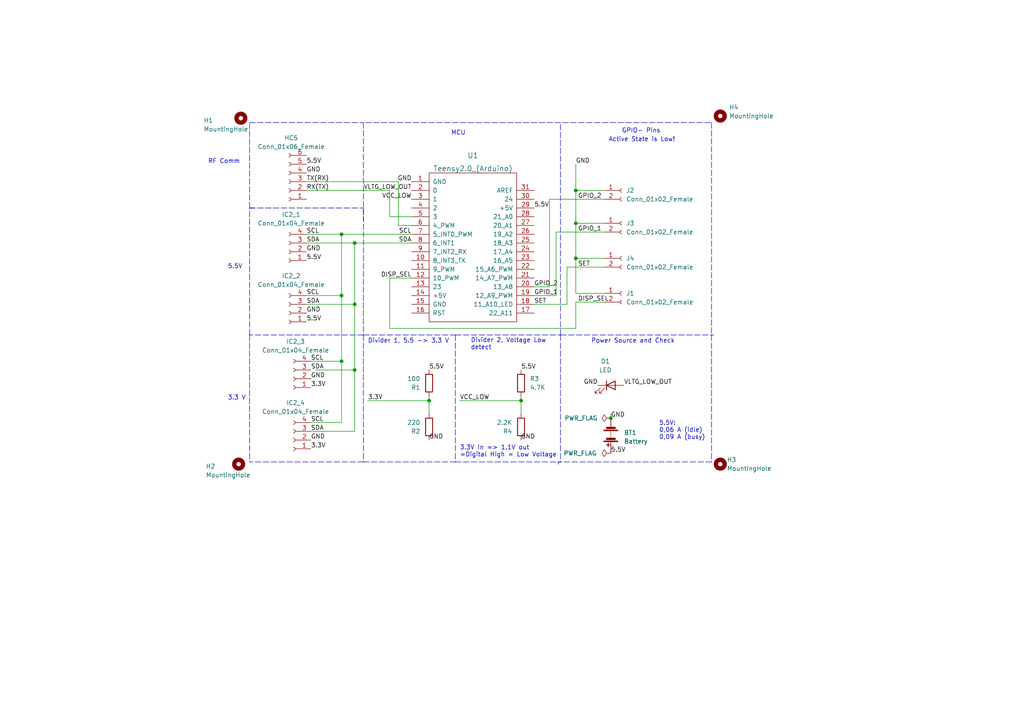
<source format=kicad_sch>
(kicad_sch (version 20211123) (generator eeschema)
  (paper "A4")
  (lib_symbols
    (symbol "Connector:Conn_01x02_Female" (pin_names (offset 1.016) hide)
      (property "Reference" "J" (at 0 2.54 0))
      (property "Value" "Conn_01x02_Female" (at 0 -5.08 0))
      (symbol "Conn_01x02_Female_1_1"
        (arc (start 0 -2.032) (mid -0.508 -2.54) (end 0 -3.048) (stroke (width 0.1524)))
        (polyline (pts (xy -1.27 -2.54) (xy -0.508 -2.54)) (stroke (width 0.1524)))
        (polyline (pts (xy -1.27 0) (xy -0.508 0)) (stroke (width 0.1524)))
        (arc (start 0 0.508) (mid -0.508 0) (end 0 -0.508) (stroke (width 0.1524)))
        (pin passive line (at -5.08 0 0) (length 3.81) (name "Pin_1") (number "1"))
        (pin passive line (at -5.08 -2.54 0) (length 3.81) (name "Pin_2") (number "2"))
      )
    )
    (symbol "Connector:Conn_01x04_Female" (pin_names (offset 1.016) hide)
      (property "Reference" "J" (at 0 5.08 0))
      (property "Value" "Conn_01x04_Female" (at 0 -7.62 0))
      (symbol "Conn_01x04_Female_1_1"
        (arc (start 0 -4.572) (mid -0.508 -5.08) (end 0 -5.588) (stroke (width 0.1524)))
        (arc (start 0 -2.032) (mid -0.508 -2.54) (end 0 -3.048) (stroke (width 0.1524)))
        (polyline (pts (xy -1.27 -5.08) (xy -0.508 -5.08)) (stroke (width 0.1524)))
        (polyline (pts (xy -1.27 -2.54) (xy -0.508 -2.54)) (stroke (width 0.1524)))
        (polyline (pts (xy -1.27 0) (xy -0.508 0)) (stroke (width 0.1524)))
        (polyline (pts (xy -1.27 2.54) (xy -0.508 2.54)) (stroke (width 0.1524)))
        (arc (start 0 0.508) (mid -0.508 0) (end 0 -0.508) (stroke (width 0.1524)))
        (arc (start 0 3.048) (mid -0.508 2.54) (end 0 2.032) (stroke (width 0.1524)))
        (pin passive line (at -5.08 2.54 0) (length 3.81) (name "Pin_1") (number "1"))
        (pin passive line (at -5.08 0 0) (length 3.81) (name "Pin_2") (number "2"))
        (pin passive line (at -5.08 -2.54 0) (length 3.81) (name "Pin_3") (number "3"))
        (pin passive line (at -5.08 -5.08 0) (length 3.81) (name "Pin_4") (number "4"))
      )
    )
    (symbol "Connector:Conn_01x06_Female" (pin_names (offset 1.016) hide)
      (property "Reference" "J" (at 0 7.62 0))
      (property "Value" "Conn_01x06_Female" (at 0 -10.16 0))
      (symbol "Conn_01x06_Female_1_1"
        (arc (start 0 -7.112) (mid -0.508 -7.62) (end 0 -8.128) (stroke (width 0.1524)))
        (arc (start 0 -4.572) (mid -0.508 -5.08) (end 0 -5.588) (stroke (width 0.1524)))
        (arc (start 0 -2.032) (mid -0.508 -2.54) (end 0 -3.048) (stroke (width 0.1524)))
        (polyline (pts (xy -1.27 -7.62) (xy -0.508 -7.62)) (stroke (width 0.1524)))
        (polyline (pts (xy -1.27 -5.08) (xy -0.508 -5.08)) (stroke (width 0.1524)))
        (polyline (pts (xy -1.27 -2.54) (xy -0.508 -2.54)) (stroke (width 0.1524)))
        (polyline (pts (xy -1.27 0) (xy -0.508 0)) (stroke (width 0.1524)))
        (polyline (pts (xy -1.27 2.54) (xy -0.508 2.54)) (stroke (width 0.1524)))
        (polyline (pts (xy -1.27 5.08) (xy -0.508 5.08)) (stroke (width 0.1524)))
        (arc (start 0 0.508) (mid -0.508 0) (end 0 -0.508) (stroke (width 0.1524)))
        (arc (start 0 3.048) (mid -0.508 2.54) (end 0 2.032) (stroke (width 0.1524)))
        (arc (start 0 5.588) (mid -0.508 5.08) (end 0 4.572) (stroke (width 0.1524)))
        (pin passive line (at -5.08 5.08 0) (length 3.81) (name "Pin_1") (number "1"))
        (pin passive line (at -5.08 2.54 0) (length 3.81) (name "Pin_2") (number "2"))
        (pin passive line (at -5.08 0 0) (length 3.81) (name "Pin_3") (number "3"))
        (pin passive line (at -5.08 -2.54 0) (length 3.81) (name "Pin_4") (number "4"))
        (pin passive line (at -5.08 -5.08 0) (length 3.81) (name "Pin_5") (number "5"))
        (pin passive line (at -5.08 -7.62 0) (length 3.81) (name "Pin_6") (number "6"))
      )
    )
    (symbol "Device:Battery" (pin_numbers hide) (pin_names (offset 0) hide)
      (property "Reference" "BT" (at 2.54 2.54 0))
      (property "Value" "Battery" (at 2.54 0 0))
      (symbol "Battery_0_1"
        (rectangle (start -2.032 -1.397) (end 2.032 -1.651) (fill (type outline)))
        (rectangle (start -2.032 1.778) (end 2.032 1.524) (fill (type outline)))
        (rectangle (start -1.3208 -1.9812) (end 1.27 -2.4892) (fill (type outline)))
        (rectangle (start -1.3208 1.1938) (end 1.27 0.6858) (fill (type outline)))
        (polyline (pts (xy 0 -1.524) (xy 0 -1.27)))
        (polyline (pts (xy 0 -1.016) (xy 0 -0.762)))
        (polyline (pts (xy 0 -0.508) (xy 0 -0.254)))
        (polyline (pts (xy 0 0) (xy 0 0.254)))
        (polyline (pts (xy 0 0.508) (xy 0 0.762)))
        (polyline (pts (xy 0 1.778) (xy 0 2.54)))
        (polyline (pts (xy 0.254 2.667) (xy 1.27 2.667)) (stroke (width 0.254)))
        (polyline (pts (xy 0.762 3.175) (xy 0.762 2.159)) (stroke (width 0.254)))
      )
      (symbol "Battery_1_1"
        (pin passive line (at 0 5.08 270) (length 2.54) (name "+") (number "1"))
        (pin passive line (at 0 -5.08 90) (length 2.54) (name "-") (number "2"))
      )
    )
    (symbol "Device:LED" (pin_numbers hide) (pin_names (offset 1.016) hide)
      (property "Reference" "D" (at 0 2.54 0))
      (property "Value" "LED" (at 0 -2.54 0))
      (symbol "LED_0_1"
        (polyline (pts (xy -1.27 -1.27) (xy -1.27 1.27)) (stroke (width 0.254)))
        (polyline (pts (xy -1.27 0) (xy 1.27 0)))
        (polyline (pts (xy 1.27 -1.27) (xy 1.27 1.27) (xy -1.27 0) (xy 1.27 -1.27)) (stroke (width 0.254)))
        (polyline (pts (xy -3.048 -0.762) (xy -4.572 -2.286) (xy -3.81 -2.286) (xy -4.572 -2.286) (xy -4.572 -1.524)))
        (polyline (pts (xy -1.778 -0.762) (xy -3.302 -2.286) (xy -2.54 -2.286) (xy -3.302 -2.286) (xy -3.302 -1.524)))
      )
      (symbol "LED_1_1"
        (pin passive line (at -3.81 0 0) (length 2.54) (name "K") (number "1"))
        (pin passive line (at 3.81 0 180) (length 2.54) (name "A") (number "2"))
      )
    )
    (symbol "Device:R" (pin_numbers hide) (pin_names (offset 0))
      (property "Reference" "R" (at 2.032 0 90))
      (property "Value" "R" (at 0 0 90))
      (symbol "R_0_1"
        (rectangle (start -1.016 -2.54) (end 1.016 2.54) (stroke (width 0.254)))
      )
      (symbol "R_1_1"
        (pin passive line (at 0 3.81 270) (length 1.27) (name "~") (number "1"))
        (pin passive line (at 0 -3.81 90) (length 1.27) (name "~") (number "2"))
      )
    )
    (symbol "Mechanical:MountingHole" (pin_names (offset 1.016))
      (property "Reference" "H" (at 0 5.08 0))
      (property "Value" "MountingHole" (at 0 3.175 0))
      (symbol "MountingHole_0_1"
        (circle (center 0 0) (radius 1.27) (stroke (width 1.27)))
      )
    )
    (symbol "power:PWR_FLAG" (power) (pin_numbers hide) (pin_names (offset 0) hide)
      (property "Value" "PWR_FLAG" (at 0 3.81 0))
      (symbol "PWR_FLAG_0_0"
        (pin power_out line (at 0 0 90) (length 0) (name "pwr") (number "1"))
      )
      (symbol "PWR_FLAG_0_1"
        (polyline (pts (xy 0 0) (xy 0 1.27) (xy -1.016 1.905) (xy 0 2.54) (xy 1.016 1.905) (xy 0 1.27)))
      )
    )
    (symbol "teensy:Teensy2.0_(Arduino)" (pin_names (offset 1.016))
      (property "Reference" "U" (at 0 24.13 0))
      (property "Value" "Teensy2.0_(Arduino)" (at 0 -24.13 0))
      (symbol "Teensy2.0_(Arduino)_0_1"
        (rectangle (start -12.7 21.59) (end 12.7 -21.59))
      )
      (symbol "Teensy2.0_(Arduino)_1_1"
        (pin power_in line (at -17.78 19.05 0) (length 5.08) (name "GND") (number "1"))
        (pin bidirectional line (at -17.78 -3.81 0) (length 5.08) (name "8_INT3_TX") (number "10"))
        (pin bidirectional line (at -17.78 -6.35 0) (length 5.08) (name "9_PWM") (number "11"))
        (pin bidirectional line (at -17.78 -8.89 0) (length 5.08) (name "10_PWM") (number "12"))
        (pin bidirectional line (at -17.78 -11.43 0) (length 5.08) (name "23") (number "13"))
        (pin power_in line (at -17.78 -13.97 0) (length 5.08) (name "+5V") (number "14"))
        (pin power_in line (at -17.78 -16.51 0) (length 5.08) (name "GND") (number "15"))
        (pin input line (at -17.78 -19.05 0) (length 5.08) (name "RST") (number "16"))
        (pin bidirectional line (at 17.78 -19.05 180) (length 5.08) (name "22_A11") (number "17"))
        (pin bidirectional line (at 17.78 -16.51 180) (length 5.08) (name "11_A10_LED") (number "18"))
        (pin bidirectional line (at 17.78 -13.97 180) (length 5.08) (name "12_A9_PWM") (number "19"))
        (pin bidirectional line (at -17.78 16.51 0) (length 5.08) (name "0") (number "2"))
        (pin bidirectional line (at 17.78 -11.43 180) (length 5.08) (name "13_A8") (number "20"))
        (pin bidirectional line (at 17.78 -8.89 180) (length 5.08) (name "14_A7_PWM") (number "21"))
        (pin bidirectional line (at 17.78 -6.35 180) (length 5.08) (name "15_A6_PWM") (number "22"))
        (pin bidirectional line (at 17.78 -3.81 180) (length 5.08) (name "16_A5") (number "23"))
        (pin bidirectional line (at 17.78 -1.27 180) (length 5.08) (name "17_A4") (number "24"))
        (pin bidirectional line (at 17.78 1.27 180) (length 5.08) (name "18_A3") (number "25"))
        (pin bidirectional line (at 17.78 3.81 180) (length 5.08) (name "19_A2") (number "26"))
        (pin bidirectional line (at 17.78 6.35 180) (length 5.08) (name "20_A1") (number "27"))
        (pin bidirectional line (at 17.78 8.89 180) (length 5.08) (name "21_A0") (number "28"))
        (pin power_in line (at 17.78 11.43 180) (length 5.08) (name "+5V") (number "29"))
        (pin bidirectional line (at -17.78 13.97 0) (length 5.08) (name "1") (number "3"))
        (pin bidirectional line (at 17.78 13.97 180) (length 5.08) (name "24") (number "30"))
        (pin input line (at 17.78 16.51 180) (length 5.08) (name "AREF") (number "31"))
        (pin bidirectional line (at -17.78 11.43 0) (length 5.08) (name "2") (number "4"))
        (pin bidirectional line (at -17.78 8.89 0) (length 5.08) (name "3") (number "5"))
        (pin bidirectional line (at -17.78 6.35 0) (length 5.08) (name "4_PWM") (number "6"))
        (pin bidirectional line (at -17.78 3.81 0) (length 5.08) (name "5_INT0_PWM") (number "7"))
        (pin bidirectional line (at -17.78 1.27 0) (length 5.08) (name "6_INT1") (number "8"))
        (pin bidirectional line (at -17.78 -1.27 0) (length 5.08) (name "7_INT2_RX") (number "9"))
      )
    )
  )
  (junction (at 167.005 64.77))
  (junction (at 124.46 116.205))
  (junction (at 151.13 116.205))
  (junction (at 167.005 74.93))
  (junction (at 177.165 121.285))
  (junction (at 167.005 55.245))
  (junction (at 99.06 104.775))
  (junction (at 102.87 107.315))
  (junction (at 102.87 70.485))
  (junction (at 99.06 85.725))
  (junction (at 102.87 88.265))
  (junction (at 99.06 67.945))
  (wire (pts (xy 106.68 116.205) (xy 124.46 116.205)))
  (wire (pts (xy 88.9 67.945) (xy 99.06 67.945)))
  (polyline (pts (xy 105.41 35.56) (xy 105.41 64.135)))
  (polyline (pts (xy 72.39 97.155) (xy 72.39 60.325)))
  (polyline (pts (xy 162.56 97.155) (xy 162.56 133.985)))
  (polyline (pts (xy 105.41 133.985) (xy 72.39 133.985)))
  (wire (pts (xy 164.465 88.265) (xy 154.94 88.265)))
  (wire (pts (xy 99.06 67.945) (xy 99.06 85.725)))
  (wire (pts (xy 175.26 57.785) (xy 159.385 57.785)))
  (polyline (pts (xy 206.375 133.985) (xy 161.925 133.985)))
  (wire (pts (xy 167.005 64.77) (xy 167.005 74.93)))
  (wire (pts (xy 90.17 104.775) (xy 99.06 104.775)))
  (wire (pts (xy 119.38 62.865) (xy 113.03 62.865)))
  (wire (pts (xy 113.03 95.25) (xy 113.03 80.645)))
  (polyline (pts (xy 132.08 97.155) (xy 162.56 97.155)))
  (wire (pts (xy 167.005 85.09) (xy 167.005 74.93)))
  (wire (pts (xy 102.87 107.315) (xy 102.87 88.265)))
  (wire (pts (xy 151.13 114.935) (xy 151.13 116.205)))
  (polyline (pts (xy 72.39 60.325) (xy 73.66 60.325)))
  (wire (pts (xy 175.26 55.245) (xy 167.005 55.245)))
  (wire (pts (xy 113.03 62.865) (xy 113.03 55.245)))
  (polyline (pts (xy 206.375 97.155) (xy 206.375 133.985)))
  (wire (pts (xy 161.29 67.31) (xy 175.26 67.31)))
  (polyline (pts (xy 106.045 35.56) (xy 162.56 35.56)))
  (wire (pts (xy 167.005 47.625) (xy 167.005 55.245)))
  (wire (pts (xy 177.165 120.015) (xy 177.165 121.285)))
  (polyline (pts (xy 72.39 97.155) (xy 72.39 133.985)))
  (polyline (pts (xy 162.56 97.155) (xy 162.56 35.56)))
  (wire (pts (xy 115.57 65.405) (xy 119.38 65.405)))
  (wire (pts (xy 99.06 104.775) (xy 99.06 85.725)))
  (wire (pts (xy 124.46 114.935) (xy 124.46 116.205)))
  (wire (pts (xy 88.9 88.265) (xy 102.87 88.265)))
  (polyline (pts (xy 72.39 60.325) (xy 72.39 35.56)))
  (wire (pts (xy 175.26 87.63) (xy 167.005 87.63)))
  (polyline (pts (xy 162.56 97.155) (xy 206.375 97.155)))
  (polyline (pts (xy 105.41 133.985) (xy 132.08 133.985)))
  (polyline (pts (xy 163.195 35.56) (xy 206.375 35.56)))
  (polyline (pts (xy 132.08 97.155) (xy 132.08 133.985)))
  (wire (pts (xy 159.385 57.785) (xy 159.385 83.185)))
  (wire (pts (xy 115.57 52.705) (xy 88.9 52.705)))
  (wire (pts (xy 88.9 85.725) (xy 99.06 85.725)))
  (wire (pts (xy 167.005 95.25) (xy 113.03 95.25)))
  (wire (pts (xy 167.005 74.93) (xy 175.26 74.93)))
  (wire (pts (xy 161.29 67.31) (xy 161.29 85.725)))
  (polyline (pts (xy 206.375 35.56) (xy 206.375 97.155)))
  (polyline (pts (xy 105.41 97.155) (xy 132.08 97.155)))
  (wire (pts (xy 161.29 85.725) (xy 154.94 85.725)))
  (polyline (pts (xy 105.41 97.155) (xy 105.41 133.985)))
  (wire (pts (xy 88.9 70.485) (xy 102.87 70.485)))
  (polyline (pts (xy 206.375 97.155) (xy 207.01 97.155)))
  (wire (pts (xy 167.005 55.245) (xy 167.005 64.77)))
  (wire (pts (xy 90.17 125.095) (xy 102.87 125.095)))
  (wire (pts (xy 113.03 55.245) (xy 88.9 55.245)))
  (wire (pts (xy 133.35 116.205) (xy 151.13 116.205)))
  (polyline (pts (xy 161.925 133.985) (xy 161.925 134.62)))
  (polyline (pts (xy 105.41 60.325) (xy 105.41 97.155)))
  (wire (pts (xy 91.44 107.315) (xy 102.87 107.315)))
  (wire (pts (xy 99.06 67.945) (xy 119.38 67.945)))
  (polyline (pts (xy 72.39 60.325) (xy 105.41 60.325)))
  (wire (pts (xy 167.005 85.09) (xy 175.26 85.09)))
  (wire (pts (xy 113.03 80.645) (xy 119.38 80.645)))
  (wire (pts (xy 175.26 64.77) (xy 167.005 64.77)))
  (wire (pts (xy 99.06 122.555) (xy 99.06 104.775)))
  (wire (pts (xy 90.17 122.555) (xy 99.06 122.555)))
  (polyline (pts (xy 105.41 97.155) (xy 72.39 97.155)))
  (wire (pts (xy 151.13 116.205) (xy 151.13 120.015)))
  (wire (pts (xy 102.87 70.485) (xy 119.38 70.485)))
  (wire (pts (xy 115.57 65.405) (xy 115.57 52.705)))
  (wire (pts (xy 124.46 116.205) (xy 124.46 120.015)))
  (wire (pts (xy 102.87 88.265) (xy 102.87 70.485)))
  (wire (pts (xy 175.26 77.47) (xy 164.465 77.47)))
  (wire (pts (xy 164.465 77.47) (xy 164.465 88.265)))
  (wire (pts (xy 167.005 87.63) (xy 167.005 95.25)))
  (polyline (pts (xy 132.08 133.985) (xy 162.56 133.985)))
  (wire (pts (xy 159.385 83.185) (xy 154.94 83.185)))
  (wire (pts (xy 102.87 125.095) (xy 102.87 107.315)))
  (polyline (pts (xy 72.39 35.56) (xy 105.41 35.56)))
  (text "Power Source and Check" (at 171.45 99.695 0) (effects (font (size 1.27 1.27)) (justify left bottom)))
  (text "MCU" (at 130.81 39.37 0) (effects (font (size 1.27 1.27)) (justify left bottom)))
  (text "3.3 V" (at 66.04 116.205 0) (effects (font (size 1.27 1.27)) (justify left bottom)))
  (text "5.5V" (at 66.04 78.105 0) (effects (font (size 1.27 1.27)) (justify left bottom)))
  (text "GPIO- Pins" (at 180.34 38.735 0) (effects (font (size 1.27 1.27)) (justify left bottom)))
  (text "Divider 2, Voltage Low\ndetect" (at 136.525 101.6 0) (effects (font (size 1.27 1.27)) (justify left bottom)))
  (text "3.3V In => 1.1V out \n=Digital High = Low Voltage " (at 133.35 132.715 0) (effects (font (size 1.27 1.27)) (justify left bottom)))
  (text "5.5V:\n0,06 A (idle) \n0,09 A (busy)" (at 191.135 127.635 0) (effects (font (size 1.27 1.27)) (justify left bottom)))
  (text "RF Comm" (at 60.325 47.625 0) (effects (font (size 1.27 1.27)) (justify left bottom)))
  (text "Divider 1, 5.5 -> 3.3 V" (at 106.68 99.695 0) (effects (font (size 1.27 1.27)) (justify left bottom)))
  (text "Active State is Low!" (at 176.53 41.275 0) (effects (font (size 1.27 1.27)) (justify left bottom)))
  (label "GND" (at 88.9 50.165 0))
  (label "GND" (at 177.165 121.285 0))
  (label "SET" (at 167.64 77.47 0))
  (label "5.5V" (at 124.46 107.315 0))
  (label "5.5V" (at 88.9 75.565 0))
  (label "5.5V" (at 177.165 131.445 0))
  (label "5.5V" (at 154.94 60.325 0))
  (label "5.5V" (at 88.9 47.625 0))
  (label "DISP_SEL" (at 167.64 87.63 0))
  (label "GND" (at 88.9 73.025 0))
  (label "3.3V" (at 90.17 130.175 0))
  (label "GPIO_1" (at 154.94 85.725 0))
  (label "SCL" (at 90.17 122.555 0))
  (label "GND" (at 88.9 90.805 0))
  (label "SDA" (at 90.17 107.315 0))
  (label "SCL" (at 88.9 85.725 0))
  (label "5.5V" (at 151.13 107.315 0))
  (label "GPIO_1" (at 167.64 67.31 0))
  (label "SDA" (at 90.17 125.095 0))
  (label "GND" (at 124.46 127.635 0))
  (label "VLTG_LOW_OUT" (at 119.38 55.245 180))
  (label "VCC_LOW" (at 119.38 57.785 180))
  (label "GND" (at 167.005 47.625 0))
  (label "3.3V" (at 90.17 112.395 0))
  (label "GPIO_2" (at 167.64 57.785 0))
  (label "DISP_SEL" (at 119.38 80.645 180))
  (label "SCL" (at 119.38 67.945 180))
  (label "RX(TX)" (at 88.9 55.245 0))
  (label "SCL" (at 88.9 67.945 0))
  (label "3.3V" (at 106.68 116.205 0))
  (label "GND" (at 90.17 127.635 0))
  (label "GPIO_2" (at 154.94 83.185 0))
  (label "TX(RX)" (at 88.9 52.705 0))
  (label "GND" (at 119.38 52.705 180))
  (label "SDA" (at 88.9 70.485 0))
  (label "SCL" (at 90.17 104.775 0))
  (label "SDA" (at 88.9 88.265 0))
  (label "5.5V" (at 88.9 93.345 0))
  (label "GND" (at 151.13 127.635 0))
  (label "VCC_LOW" (at 133.35 116.205 0))
  (label "SDA" (at 119.38 70.485 180))
  (label "GND" (at 173.355 111.76 180))
  (label "GND" (at 90.17 109.855 0))
  (label "SET" (at 154.94 88.265 0))
  (label "VLTG_LOW_OUT" (at 180.975 111.76 0))
  (symbol (lib_id "Device:R") (at 124.46 111.125 180) (unit 1)
    (property "Reference" "R1" (at 121.92 112.3951 0) (effects (justify left)))
    (property "Value" "100" (at 121.92 109.8551 0) (effects (justify left)))
    (property "Footprint" "Resistor_THT:R_Axial_DIN0204_L3.6mm_D1.6mm_P5.08mm_Horizontal" (effects hide))
  )
  (symbol (lib_id "power:PWR_FLAG") (at 177.165 121.285 90) (unit 1)
    (property "Reference" "#FLG0102" (effects hide))
    (property "Value" "PWR_FLAG" (at 173.355 121.2849 90) (effects (justify left)))
  )
  (symbol (lib_id "Device:R") (at 151.13 123.825 180) (unit 1)
    (property "Reference" "R4" (at 148.59 125.0951 0) (effects (justify left)))
    (property "Value" "2.2K" (at 148.59 122.5551 0) (effects (justify left)))
    (property "Footprint" "Resistor_THT:R_Axial_DIN0204_L3.6mm_D1.6mm_P5.08mm_Horizontal" (effects hide))
  )
  (symbol (lib_id "Mechanical:MountingHole") (at 69.85 34.29 0) (unit 1)
    (property "Reference" "H1" (at 59.055 34.925 0) (effects (justify left)))
    (property "Value" "MountingHole" (at 59.055 37.465 0) (effects (justify left)))
    (property "Footprint" "MountingHole:MountingHole_2.1mm" (effects hide))
  )
  (symbol (lib_id "Connector:Conn_01x02_Female") (at 180.34 74.93 0) (unit 1)
    (property "Reference" "J4" (at 181.61 74.9299 0) (effects (justify left)))
    (property "Value" "Conn_01x02_Female" (at 181.61 77.4699 0) (effects (justify left)))
    (property "Footprint" "Connector_PinHeader_2.54mm:PinHeader_1x02_P2.54mm_Vertical" (effects hide))
  )
  (symbol (lib_id "Connector:Conn_01x02_Female") (at 180.34 55.245 0) (unit 1)
    (property "Reference" "J2" (at 181.61 55.2449 0) (effects (justify left)))
    (property "Value" "Conn_01x02_Female" (at 181.61 57.7849 0) (effects (justify left)))
    (property "Footprint" "Connector_PinHeader_2.54mm:PinHeader_1x02_P2.54mm_Vertical" (effects hide))
  )
  (symbol (lib_id "Connector:Conn_01x02_Female") (at 180.34 85.09 0) (unit 1)
    (property "Reference" "J1" (at 181.61 85.0899 0) (effects (justify left)))
    (property "Value" "Conn_01x02_Female" (at 181.61 87.6299 0) (effects (justify left)))
    (property "Footprint" "Connector_PinHeader_2.54mm:PinHeader_1x02_P2.54mm_Vertical" (effects hide))
  )
  (symbol (lib_id "Connector:Conn_01x04_Female") (at 83.82 90.805 180) (unit 1)
    (property "Reference" "IC2_2" (at 84.455 80.01 0))
    (property "Value" "Conn_01x04_Female" (at 84.455 82.55 0))
    (property "Footprint" "Connector_PinHeader_2.54mm:PinHeader_1x04_P2.54mm_Vertical" (effects hide))
  )
  (symbol (lib_id "power:PWR_FLAG") (at 177.165 131.445 90) (unit 1)
    (property "Reference" "#FLG0101" (effects hide))
    (property "Value" "PWR_FLAG" (at 168.275 131.445 90))
  )
  (symbol (lib_id "Connector:Conn_01x04_Female") (at 85.09 127.635 180) (unit 1)
    (property "Reference" "IC2_4" (at 85.725 116.84 0))
    (property "Value" "Conn_01x04_Female" (at 85.725 119.38 0))
    (property "Footprint" "Connector_PinHeader_2.54mm:PinHeader_1x04_P2.54mm_Vertical" (effects hide))
  )
  (symbol (lib_id "Device:LED") (at 177.165 111.76 0) (unit 1)
    (property "Reference" "D1" (at 175.5775 104.775 0))
    (property "Value" "LED" (at 175.5775 107.315 0))
    (property "Footprint" "Connector_PinHeader_2.54mm:PinHeader_1x02_P2.54mm_Vertical" (effects hide))
  )
  (symbol (lib_id "teensy:Teensy2.0_(Arduino)") (at 137.16 71.755 0) (unit 1)
    (property "Reference" "U1" (at 137.16 45.085 0) (effects (font (size 1.524 1.524))))
    (property "Value" "Teensy2.0_(Arduino)" (at 137.16 48.895 0) (effects (font (size 1.524 1.524))))
    (property "Footprint" "teensy:Teensy2.0" (effects hide))
  )
  (symbol (lib_id "Mechanical:MountingHole") (at 208.915 33.655 0) (unit 1)
    (property "Reference" "H4" (at 211.455 31.115 0) (effects (justify left)))
    (property "Value" "MountingHole" (at 211.455 33.655 0) (effects (justify left)))
    (property "Footprint" "MountingHole:MountingHole_2.1mm" (effects hide))
  )
  (symbol (lib_id "Device:R") (at 124.46 123.825 180) (unit 1)
    (property "Reference" "R2" (at 121.92 125.0951 0) (effects (justify left)))
    (property "Value" "220" (at 121.92 122.5551 0) (effects (justify left)))
    (property "Footprint" "Resistor_THT:R_Axial_DIN0204_L3.6mm_D1.6mm_P5.08mm_Horizontal" (effects hide))
  )
  (symbol (lib_id "Connector:Conn_01x04_Female") (at 83.82 73.025 180) (unit 1)
    (property "Reference" "IC2_1" (at 84.455 62.23 0))
    (property "Value" "Conn_01x04_Female" (at 84.455 64.77 0))
    (property "Footprint" "Connector_PinHeader_2.54mm:PinHeader_1x04_P2.54mm_Vertical" (effects hide))
  )
  (symbol (lib_id "Connector:Conn_01x02_Female") (at 180.34 64.77 0) (unit 1)
    (property "Reference" "J3" (at 181.61 64.7699 0) (effects (justify left)))
    (property "Value" "Conn_01x02_Female" (at 181.61 67.3099 0) (effects (justify left)))
    (property "Footprint" "Connector_PinHeader_2.54mm:PinHeader_1x02_P2.54mm_Vertical" (effects hide))
  )
  (symbol (lib_id "Device:R") (at 151.13 111.125 180) (unit 1)
    (property "Reference" "R3" (at 153.67 109.8549 0) (effects (justify right)))
    (property "Value" "4.7K" (at 153.67 112.3949 0) (effects (justify right)))
    (property "Footprint" "Resistor_THT:R_Axial_DIN0204_L3.6mm_D1.6mm_P5.08mm_Horizontal" (effects hide))
  )
  (symbol (lib_id "Connector:Conn_01x06_Female") (at 83.82 52.705 180) (unit 1)
    (property "Reference" "HC5" (at 84.455 40.005 0))
    (property "Value" "Conn_01x06_Female" (at 84.455 42.545 0))
    (property "Footprint" "Connector_PinHeader_2.54mm:PinHeader_1x06_P2.54mm_Vertical" (effects hide))
  )
  (symbol (lib_id "Mechanical:MountingHole") (at 69.215 134.62 0) (unit 1)
    (property "Reference" "H2" (at 59.69 135.255 0) (effects (justify left)))
    (property "Value" "MountingHole" (at 59.69 137.795 0) (effects (justify left)))
    (property "Footprint" "MountingHole:MountingHole_2.1mm" (effects hide))
  )
  (symbol (lib_id "Mechanical:MountingHole") (at 208.915 134.62 0) (unit 1)
    (property "Reference" "H3" (at 210.82 133.35 0) (effects (justify left)))
    (property "Value" "MountingHole" (at 210.82 135.89 0) (effects (justify left)))
    (property "Footprint" "MountingHole:MountingHole_2.1mm" (effects hide))
  )
  (symbol (lib_id "Device:Battery") (at 177.165 126.365 180) (unit 1)
    (property "Reference" "BT1" (at 180.975 125.4759 0) (effects (justify right)))
    (property "Value" "Battery" (at 180.975 128.0159 0) (effects (justify right)))
    (property "Footprint" "Connector_PinHeader_2.54mm:PinHeader_1x02_P2.54mm_Vertical" (effects hide))
  )
  (symbol (lib_id "Connector:Conn_01x04_Female") (at 85.09 109.855 180) (unit 1)
    (property "Reference" "IC2_3" (at 85.725 99.06 0))
    (property "Value" "Conn_01x04_Female" (at 85.725 101.6 0))
    (property "Footprint" "Connector_PinHeader_2.54mm:PinHeader_1x04_P2.54mm_Vertical" (effects hide))
  )
)
</source>
